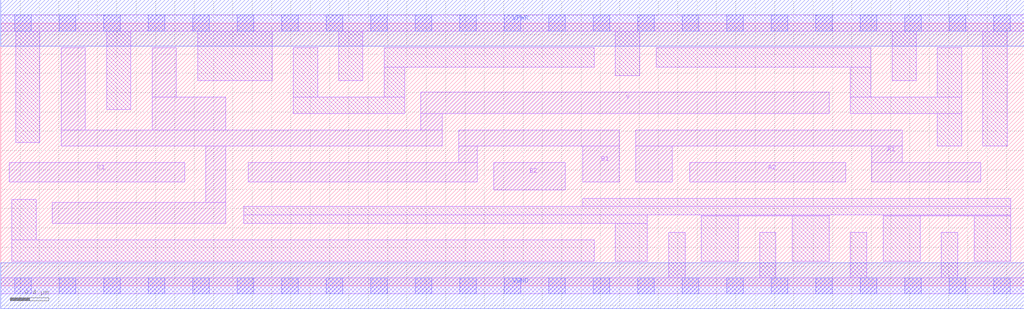
<source format=lef>
# Copyright 2020 The SkyWater PDK Authors
#
# Licensed under the Apache License, Version 2.0 (the "License");
# you may not use this file except in compliance with the License.
# You may obtain a copy of the License at
#
#     https://www.apache.org/licenses/LICENSE-2.0
#
# Unless required by applicable law or agreed to in writing, software
# distributed under the License is distributed on an "AS IS" BASIS,
# WITHOUT WARRANTIES OR CONDITIONS OF ANY KIND, either express or implied.
# See the License for the specific language governing permissions and
# limitations under the License.
#
# SPDX-License-Identifier: Apache-2.0

VERSION 5.7 ;
BUSBITCHARS "[]" ;
DIVIDERCHAR "/" ;
PROPERTYDEFINITIONS
  MACRO maskLayoutSubType STRING ;
  MACRO prCellType STRING ;
  MACRO originalViewName STRING ;
END PROPERTYDEFINITIONS
MACRO sky130_fd_sc_hdll__o221ai_4
  ORIGIN  0.000000  0.000000 ;
  CLASS CORE ;
  SYMMETRY X Y R90 ;
  SIZE  10.58000 BY  2.720000 ;
  SITE unithd ;
  PIN A1
    ANTENNAGATEAREA  1.110000 ;
    DIRECTION INPUT ;
    USE SIGNAL ;
    PORT
      LAYER li1 ;
        RECT 6.565000 1.075000  6.945000 1.445000 ;
        RECT 6.565000 1.445000  9.320000 1.615000 ;
        RECT 9.005000 1.075000 10.135000 1.275000 ;
        RECT 9.005000 1.275000  9.320000 1.445000 ;
    END
  END A1
  PIN A2
    ANTENNAGATEAREA  1.110000 ;
    DIRECTION INPUT ;
    USE SIGNAL ;
    PORT
      LAYER li1 ;
        RECT 7.125000 1.075000 8.735000 1.275000 ;
    END
  END A2
  PIN B1
    ANTENNAGATEAREA  1.110000 ;
    DIRECTION INPUT ;
    USE SIGNAL ;
    PORT
      LAYER li1 ;
        RECT 2.560000 1.075000 4.925000 1.275000 ;
        RECT 4.735000 1.275000 4.925000 1.445000 ;
        RECT 4.735000 1.445000 6.395000 1.615000 ;
        RECT 6.015000 1.075000 6.395000 1.445000 ;
    END
  END B1
  PIN B2
    ANTENNAGATEAREA  1.110000 ;
    DIRECTION INPUT ;
    USE SIGNAL ;
    PORT
      LAYER li1 ;
        RECT 5.095000 0.995000 5.835000 1.275000 ;
    END
  END B2
  PIN C1
    ANTENNAGATEAREA  1.110000 ;
    DIRECTION INPUT ;
    USE SIGNAL ;
    PORT
      LAYER li1 ;
        RECT 0.090000 1.075000 1.900000 1.275000 ;
    END
  END C1
  PIN Y
    ANTENNADIFFAREA  2.156000 ;
    DIRECTION OUTPUT ;
    USE SIGNAL ;
    PORT
      LAYER li1 ;
        RECT 0.535000 0.645000 2.325000 0.865000 ;
        RECT 0.625000 1.445000 4.565000 1.615000 ;
        RECT 0.625000 1.615000 0.875000 2.465000 ;
        RECT 1.565000 1.615000 2.325000 1.955000 ;
        RECT 1.565000 1.955000 1.815000 2.465000 ;
        RECT 2.120000 0.865000 2.325000 1.445000 ;
        RECT 4.345000 1.615000 4.565000 1.785000 ;
        RECT 4.345000 1.785000 8.565000 2.005000 ;
    END
  END Y
  PIN VGND
    DIRECTION INOUT ;
    USE GROUND ;
    PORT
      LAYER met1 ;
        RECT 0.000000 -0.240000 10.580000 0.240000 ;
    END
  END VGND
  PIN VPWR
    DIRECTION INOUT ;
    USE POWER ;
    PORT
      LAYER met1 ;
        RECT 0.000000 2.480000 10.580000 2.960000 ;
    END
  END VPWR
  OBS
    LAYER li1 ;
      RECT  0.000000 -0.085000 10.580000 0.085000 ;
      RECT  0.000000  2.635000 10.580000 2.805000 ;
      RECT  0.115000  0.255000  6.135000 0.475000 ;
      RECT  0.115000  0.475000  0.365000 0.895000 ;
      RECT  0.155000  1.485000  0.405000 2.635000 ;
      RECT  1.095000  1.825000  1.345000 2.635000 ;
      RECT  2.035000  2.125000  2.805000 2.635000 ;
      RECT  2.515000  0.645000  6.685000 0.735000 ;
      RECT  2.515000  0.735000 10.445000 0.820000 ;
      RECT  3.025000  1.785000  4.175000 1.955000 ;
      RECT  3.025000  1.955000  3.275000 2.465000 ;
      RECT  3.495000  2.125000  3.745000 2.635000 ;
      RECT  3.965000  1.955000  4.175000 2.265000 ;
      RECT  3.965000  2.265000  6.135000 2.465000 ;
      RECT  6.015000  0.820000 10.445000 0.905000 ;
      RECT  6.355000  0.255000  6.685000 0.645000 ;
      RECT  6.355000  2.175000  6.605000 2.635000 ;
      RECT  6.775000  2.265000  8.995000 2.465000 ;
      RECT  6.905000  0.085000  7.075000 0.555000 ;
      RECT  7.245000  0.255000  7.625000 0.725000 ;
      RECT  7.245000  0.725000  8.565000 0.735000 ;
      RECT  7.845000  0.085000  8.015000 0.555000 ;
      RECT  8.185000  0.255000  8.565000 0.725000 ;
      RECT  8.785000  0.085000  8.955000 0.555000 ;
      RECT  8.785000  1.785000  9.935000 1.955000 ;
      RECT  8.785000  1.955000  8.995000 2.265000 ;
      RECT  9.125000  0.255000  9.505000 0.725000 ;
      RECT  9.125000  0.725000 10.445000 0.735000 ;
      RECT  9.215000  2.125000  9.465000 2.635000 ;
      RECT  9.685000  1.445000  9.935000 1.785000 ;
      RECT  9.685000  1.955000  9.935000 2.465000 ;
      RECT  9.725000  0.085000  9.895000 0.555000 ;
      RECT 10.065000  0.255000 10.445000 0.725000 ;
      RECT 10.155000  1.445000 10.405000 2.635000 ;
    LAYER mcon ;
      RECT  0.145000 -0.085000  0.315000 0.085000 ;
      RECT  0.145000  2.635000  0.315000 2.805000 ;
      RECT  0.605000 -0.085000  0.775000 0.085000 ;
      RECT  0.605000  2.635000  0.775000 2.805000 ;
      RECT  1.065000 -0.085000  1.235000 0.085000 ;
      RECT  1.065000  2.635000  1.235000 2.805000 ;
      RECT  1.525000 -0.085000  1.695000 0.085000 ;
      RECT  1.525000  2.635000  1.695000 2.805000 ;
      RECT  1.985000 -0.085000  2.155000 0.085000 ;
      RECT  1.985000  2.635000  2.155000 2.805000 ;
      RECT  2.445000 -0.085000  2.615000 0.085000 ;
      RECT  2.445000  2.635000  2.615000 2.805000 ;
      RECT  2.905000 -0.085000  3.075000 0.085000 ;
      RECT  2.905000  2.635000  3.075000 2.805000 ;
      RECT  3.365000 -0.085000  3.535000 0.085000 ;
      RECT  3.365000  2.635000  3.535000 2.805000 ;
      RECT  3.825000 -0.085000  3.995000 0.085000 ;
      RECT  3.825000  2.635000  3.995000 2.805000 ;
      RECT  4.285000 -0.085000  4.455000 0.085000 ;
      RECT  4.285000  2.635000  4.455000 2.805000 ;
      RECT  4.745000 -0.085000  4.915000 0.085000 ;
      RECT  4.745000  2.635000  4.915000 2.805000 ;
      RECT  5.205000 -0.085000  5.375000 0.085000 ;
      RECT  5.205000  2.635000  5.375000 2.805000 ;
      RECT  5.665000 -0.085000  5.835000 0.085000 ;
      RECT  5.665000  2.635000  5.835000 2.805000 ;
      RECT  6.125000 -0.085000  6.295000 0.085000 ;
      RECT  6.125000  2.635000  6.295000 2.805000 ;
      RECT  6.585000 -0.085000  6.755000 0.085000 ;
      RECT  6.585000  2.635000  6.755000 2.805000 ;
      RECT  7.045000 -0.085000  7.215000 0.085000 ;
      RECT  7.045000  2.635000  7.215000 2.805000 ;
      RECT  7.505000 -0.085000  7.675000 0.085000 ;
      RECT  7.505000  2.635000  7.675000 2.805000 ;
      RECT  7.965000 -0.085000  8.135000 0.085000 ;
      RECT  7.965000  2.635000  8.135000 2.805000 ;
      RECT  8.425000 -0.085000  8.595000 0.085000 ;
      RECT  8.425000  2.635000  8.595000 2.805000 ;
      RECT  8.885000 -0.085000  9.055000 0.085000 ;
      RECT  8.885000  2.635000  9.055000 2.805000 ;
      RECT  9.345000 -0.085000  9.515000 0.085000 ;
      RECT  9.345000  2.635000  9.515000 2.805000 ;
      RECT  9.805000 -0.085000  9.975000 0.085000 ;
      RECT  9.805000  2.635000  9.975000 2.805000 ;
      RECT 10.265000 -0.085000 10.435000 0.085000 ;
      RECT 10.265000  2.635000 10.435000 2.805000 ;
  END
  PROPERTY maskLayoutSubType "abstract" ;
  PROPERTY prCellType "standard" ;
  PROPERTY originalViewName "layout" ;
END sky130_fd_sc_hdll__o221ai_4
END LIBRARY

</source>
